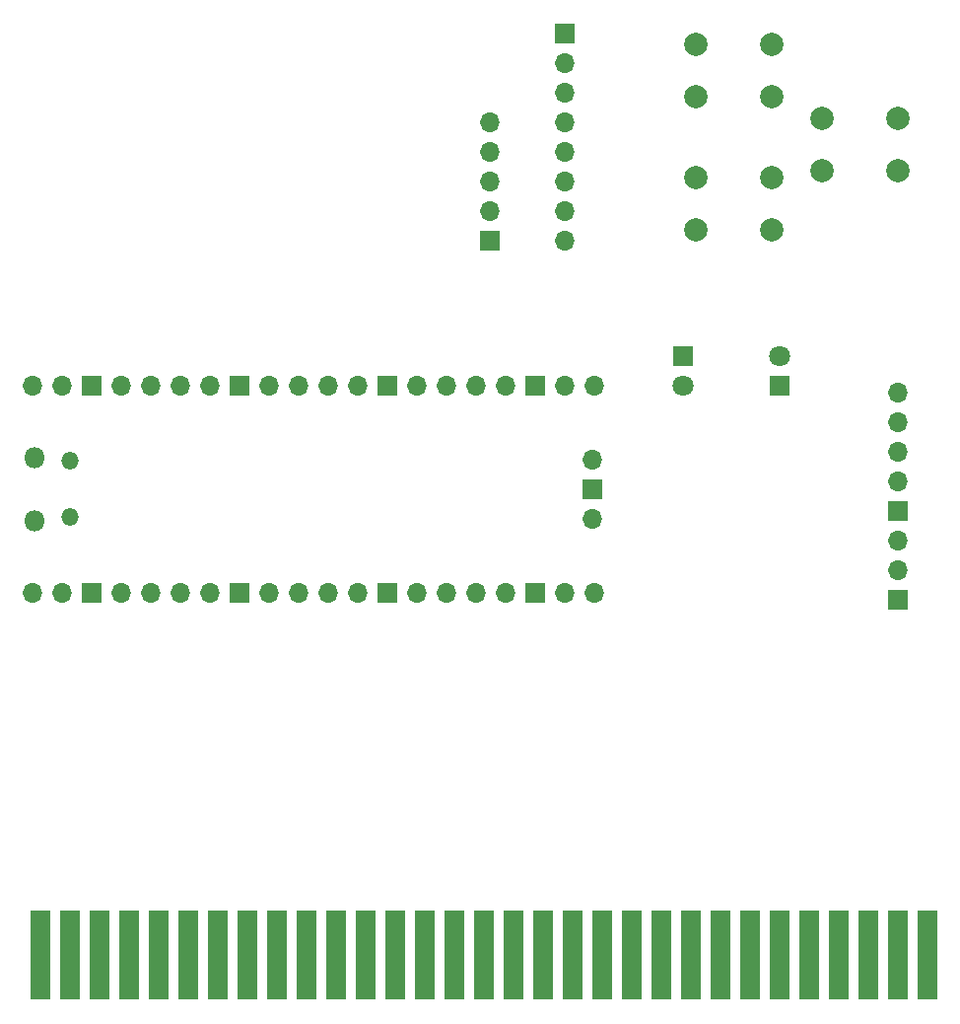
<source format=gbr>
%TF.GenerationSoftware,KiCad,Pcbnew,(6.0.5)*%
%TF.CreationDate,2022-06-17T20:08:42-05:00*%
%TF.ProjectId,ISA card rev2,49534120-6361-4726-9420-726576322e6b,rev?*%
%TF.SameCoordinates,Original*%
%TF.FileFunction,Soldermask,Bot*%
%TF.FilePolarity,Negative*%
%FSLAX46Y46*%
G04 Gerber Fmt 4.6, Leading zero omitted, Abs format (unit mm)*
G04 Created by KiCad (PCBNEW (6.0.5)) date 2022-06-17 20:08:42*
%MOMM*%
%LPD*%
G01*
G04 APERTURE LIST*
%ADD10O,1.700000X1.700000*%
%ADD11R,1.700000X1.700000*%
%ADD12O,1.500000X1.500000*%
%ADD13O,1.800000X1.800000*%
%ADD14C,2.000000*%
%ADD15R,1.780000X7.620000*%
%ADD16R,1.800000X1.800000*%
%ADD17C,1.800000*%
G04 APERTURE END LIST*
D10*
%TO.C,U5*%
X149630000Y-101600000D03*
D11*
X149630000Y-104140000D03*
D10*
X149630000Y-106680000D03*
X101600000Y-95250000D03*
X104140000Y-95250000D03*
D11*
X106680000Y-95250000D03*
D10*
X109220000Y-95250000D03*
X111760000Y-95250000D03*
X114300000Y-95250000D03*
X116840000Y-95250000D03*
D11*
X119380000Y-95250000D03*
D10*
X121920000Y-95250000D03*
X124460000Y-95250000D03*
X127000000Y-95250000D03*
X129540000Y-95250000D03*
D11*
X132080000Y-95250000D03*
D10*
X134620000Y-95250000D03*
X137160000Y-95250000D03*
X139700000Y-95250000D03*
X142240000Y-95250000D03*
D11*
X144780000Y-95250000D03*
D10*
X147320000Y-95250000D03*
X149860000Y-95250000D03*
X149860000Y-113030000D03*
X147320000Y-113030000D03*
D11*
X144780000Y-113030000D03*
D10*
X142240000Y-113030000D03*
X139700000Y-113030000D03*
X137160000Y-113030000D03*
X134620000Y-113030000D03*
D11*
X132080000Y-113030000D03*
D10*
X129540000Y-113030000D03*
X127000000Y-113030000D03*
X124460000Y-113030000D03*
X121920000Y-113030000D03*
D11*
X119380000Y-113030000D03*
D10*
X116840000Y-113030000D03*
X114300000Y-113030000D03*
X111760000Y-113030000D03*
X109220000Y-113030000D03*
D11*
X106680000Y-113030000D03*
D10*
X104140000Y-113030000D03*
X101600000Y-113030000D03*
D12*
X104760000Y-101715000D03*
X104760000Y-106565000D03*
D13*
X101730000Y-106865000D03*
X101730000Y-101415000D03*
%TD*%
D14*
%TO.C,SW3*%
X169395000Y-72335000D03*
X175895000Y-72335000D03*
X169395000Y-76835000D03*
X175895000Y-76835000D03*
%TD*%
%TO.C,SW2*%
X158600000Y-77415000D03*
X165100000Y-77415000D03*
X158600000Y-81915000D03*
X165100000Y-81915000D03*
%TD*%
%TO.C,SW1*%
X165100000Y-70485000D03*
X158600000Y-70485000D03*
X165100000Y-65985000D03*
X158600000Y-65985000D03*
%TD*%
D10*
%TO.C,J5*%
X175895000Y-108565000D03*
X175895000Y-111105000D03*
D11*
X175895000Y-113645000D03*
%TD*%
%TO.C,J4*%
X140870000Y-82810000D03*
D10*
X140870000Y-80270000D03*
X140870000Y-77730000D03*
X140870000Y-75190000D03*
X140870000Y-72650000D03*
%TD*%
D11*
%TO.C,J3*%
X147295000Y-65075000D03*
D10*
X147295000Y-67615000D03*
X147295000Y-70155000D03*
X147295000Y-72695000D03*
X147295000Y-75235000D03*
X147295000Y-77775000D03*
X147295000Y-80315000D03*
X147295000Y-82855000D03*
%TD*%
%TO.C,J2*%
X175895000Y-95880000D03*
X175895000Y-98420000D03*
X175895000Y-100960000D03*
X175895000Y-103500000D03*
D11*
X175895000Y-106040000D03*
%TD*%
D15*
%TO.C,J1*%
X178440000Y-144145000D03*
X175900000Y-144145000D03*
X173360000Y-144145000D03*
X170820000Y-144145000D03*
X168280000Y-144145000D03*
X165740000Y-144145000D03*
X163200000Y-144145000D03*
X160660000Y-144145000D03*
X158120000Y-144145000D03*
X155580000Y-144145000D03*
X153040000Y-144145000D03*
X150500000Y-144145000D03*
X147960000Y-144145000D03*
X145420000Y-144145000D03*
X142880000Y-144145000D03*
X140340000Y-144145000D03*
X137800000Y-144145000D03*
X135260000Y-144145000D03*
X132720000Y-144145000D03*
X130180000Y-144145000D03*
X127640000Y-144145000D03*
X125100000Y-144145000D03*
X122560000Y-144145000D03*
X120020000Y-144145000D03*
X117480000Y-144145000D03*
X114940000Y-144145000D03*
X112400000Y-144145000D03*
X109860000Y-144145000D03*
X107320000Y-144145000D03*
X104780000Y-144145000D03*
X102240000Y-144145000D03*
%TD*%
D16*
%TO.C,D4*%
X165735000Y-95255000D03*
D17*
X165735000Y-92715000D03*
%TD*%
D16*
%TO.C,D1*%
X157480000Y-92705000D03*
D17*
X157480000Y-95245000D03*
%TD*%
M02*

</source>
